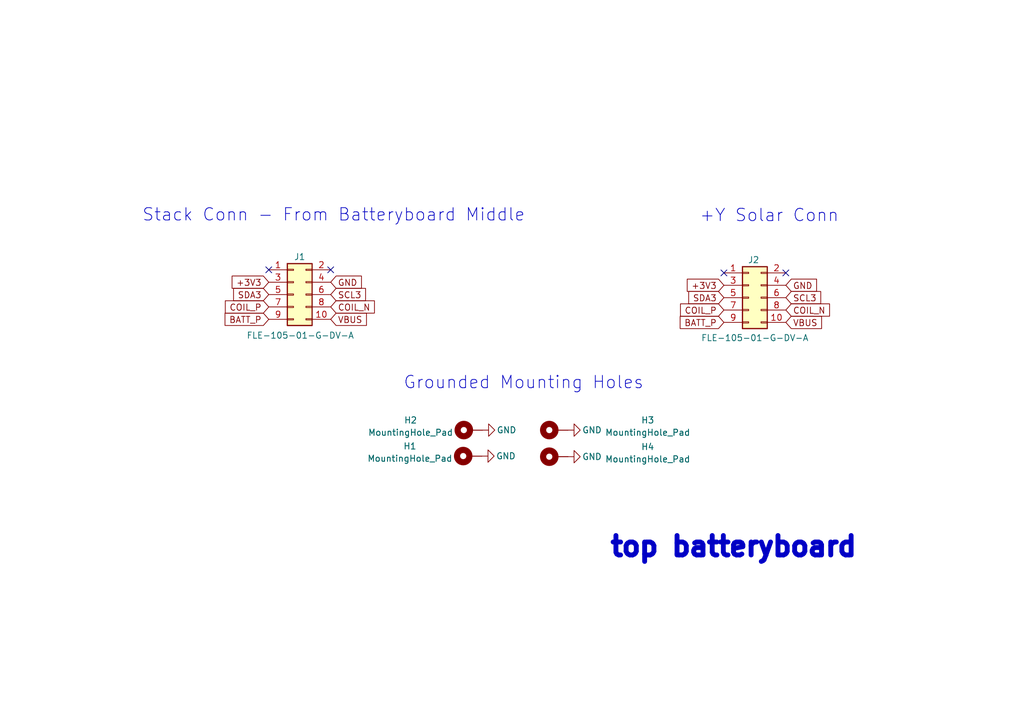
<source format=kicad_sch>
(kicad_sch (version 20211123) (generator eeschema)

  (uuid cc4a9289-e86b-4adc-9840-de6d33438674)

  (paper "A5")

  (title_block
    (title "PyCubed Mini")
    (date "2022-07-06")
    (rev "v01.1")
    (company "RExLab Carnegie Mellon University")
    (comment 1 "N. Khera")
    (comment 2 "Z. Manchester")
  )

  (lib_symbols
    (symbol "Connector_Generic:Conn_02x05_Odd_Even" (pin_names (offset 1.016) hide) (in_bom yes) (on_board yes)
      (property "Reference" "J" (id 0) (at 1.27 7.62 0)
        (effects (font (size 1.27 1.27)))
      )
      (property "Value" "Conn_02x05_Odd_Even" (id 1) (at 1.27 -7.62 0)
        (effects (font (size 1.27 1.27)))
      )
      (property "Footprint" "" (id 2) (at 0 0 0)
        (effects (font (size 1.27 1.27)) hide)
      )
      (property "Datasheet" "~" (id 3) (at 0 0 0)
        (effects (font (size 1.27 1.27)) hide)
      )
      (property "ki_keywords" "connector" (id 4) (at 0 0 0)
        (effects (font (size 1.27 1.27)) hide)
      )
      (property "ki_description" "Generic connector, double row, 02x05, odd/even pin numbering scheme (row 1 odd numbers, row 2 even numbers), script generated (kicad-library-utils/schlib/autogen/connector/)" (id 5) (at 0 0 0)
        (effects (font (size 1.27 1.27)) hide)
      )
      (property "ki_fp_filters" "Connector*:*_2x??_*" (id 6) (at 0 0 0)
        (effects (font (size 1.27 1.27)) hide)
      )
      (symbol "Conn_02x05_Odd_Even_1_1"
        (rectangle (start -1.27 -4.953) (end 0 -5.207)
          (stroke (width 0.1524) (type default) (color 0 0 0 0))
          (fill (type none))
        )
        (rectangle (start -1.27 -2.413) (end 0 -2.667)
          (stroke (width 0.1524) (type default) (color 0 0 0 0))
          (fill (type none))
        )
        (rectangle (start -1.27 0.127) (end 0 -0.127)
          (stroke (width 0.1524) (type default) (color 0 0 0 0))
          (fill (type none))
        )
        (rectangle (start -1.27 2.667) (end 0 2.413)
          (stroke (width 0.1524) (type default) (color 0 0 0 0))
          (fill (type none))
        )
        (rectangle (start -1.27 5.207) (end 0 4.953)
          (stroke (width 0.1524) (type default) (color 0 0 0 0))
          (fill (type none))
        )
        (rectangle (start -1.27 6.35) (end 3.81 -6.35)
          (stroke (width 0.254) (type default) (color 0 0 0 0))
          (fill (type background))
        )
        (rectangle (start 3.81 -4.953) (end 2.54 -5.207)
          (stroke (width 0.1524) (type default) (color 0 0 0 0))
          (fill (type none))
        )
        (rectangle (start 3.81 -2.413) (end 2.54 -2.667)
          (stroke (width 0.1524) (type default) (color 0 0 0 0))
          (fill (type none))
        )
        (rectangle (start 3.81 0.127) (end 2.54 -0.127)
          (stroke (width 0.1524) (type default) (color 0 0 0 0))
          (fill (type none))
        )
        (rectangle (start 3.81 2.667) (end 2.54 2.413)
          (stroke (width 0.1524) (type default) (color 0 0 0 0))
          (fill (type none))
        )
        (rectangle (start 3.81 5.207) (end 2.54 4.953)
          (stroke (width 0.1524) (type default) (color 0 0 0 0))
          (fill (type none))
        )
        (pin passive line (at -5.08 5.08 0) (length 3.81)
          (name "Pin_1" (effects (font (size 1.27 1.27))))
          (number "1" (effects (font (size 1.27 1.27))))
        )
        (pin passive line (at 7.62 -5.08 180) (length 3.81)
          (name "Pin_10" (effects (font (size 1.27 1.27))))
          (number "10" (effects (font (size 1.27 1.27))))
        )
        (pin passive line (at 7.62 5.08 180) (length 3.81)
          (name "Pin_2" (effects (font (size 1.27 1.27))))
          (number "2" (effects (font (size 1.27 1.27))))
        )
        (pin passive line (at -5.08 2.54 0) (length 3.81)
          (name "Pin_3" (effects (font (size 1.27 1.27))))
          (number "3" (effects (font (size 1.27 1.27))))
        )
        (pin passive line (at 7.62 2.54 180) (length 3.81)
          (name "Pin_4" (effects (font (size 1.27 1.27))))
          (number "4" (effects (font (size 1.27 1.27))))
        )
        (pin passive line (at -5.08 0 0) (length 3.81)
          (name "Pin_5" (effects (font (size 1.27 1.27))))
          (number "5" (effects (font (size 1.27 1.27))))
        )
        (pin passive line (at 7.62 0 180) (length 3.81)
          (name "Pin_6" (effects (font (size 1.27 1.27))))
          (number "6" (effects (font (size 1.27 1.27))))
        )
        (pin passive line (at -5.08 -2.54 0) (length 3.81)
          (name "Pin_7" (effects (font (size 1.27 1.27))))
          (number "7" (effects (font (size 1.27 1.27))))
        )
        (pin passive line (at 7.62 -2.54 180) (length 3.81)
          (name "Pin_8" (effects (font (size 1.27 1.27))))
          (number "8" (effects (font (size 1.27 1.27))))
        )
        (pin passive line (at -5.08 -5.08 0) (length 3.81)
          (name "Pin_9" (effects (font (size 1.27 1.27))))
          (number "9" (effects (font (size 1.27 1.27))))
        )
      )
    )
    (symbol "Mechanical:MountingHole_Pad" (pin_numbers hide) (pin_names (offset 1.016) hide) (in_bom yes) (on_board yes)
      (property "Reference" "H" (id 0) (at 0 6.35 0)
        (effects (font (size 1.27 1.27)))
      )
      (property "Value" "MountingHole_Pad" (id 1) (at 0 4.445 0)
        (effects (font (size 1.27 1.27)))
      )
      (property "Footprint" "" (id 2) (at 0 0 0)
        (effects (font (size 1.27 1.27)) hide)
      )
      (property "Datasheet" "~" (id 3) (at 0 0 0)
        (effects (font (size 1.27 1.27)) hide)
      )
      (property "ki_keywords" "mounting hole" (id 4) (at 0 0 0)
        (effects (font (size 1.27 1.27)) hide)
      )
      (property "ki_description" "Mounting Hole with connection" (id 5) (at 0 0 0)
        (effects (font (size 1.27 1.27)) hide)
      )
      (property "ki_fp_filters" "MountingHole*Pad*" (id 6) (at 0 0 0)
        (effects (font (size 1.27 1.27)) hide)
      )
      (symbol "MountingHole_Pad_0_1"
        (circle (center 0 1.27) (radius 1.27)
          (stroke (width 1.27) (type default) (color 0 0 0 0))
          (fill (type none))
        )
      )
      (symbol "MountingHole_Pad_1_1"
        (pin input line (at 0 -2.54 90) (length 2.54)
          (name "1" (effects (font (size 1.27 1.27))))
          (number "1" (effects (font (size 1.27 1.27))))
        )
      )
    )
    (symbol "power:GND" (power) (pin_names (offset 0)) (in_bom yes) (on_board yes)
      (property "Reference" "#PWR" (id 0) (at 0 -6.35 0)
        (effects (font (size 1.27 1.27)) hide)
      )
      (property "Value" "GND" (id 1) (at 0 -3.81 0)
        (effects (font (size 1.27 1.27)))
      )
      (property "Footprint" "" (id 2) (at 0 0 0)
        (effects (font (size 1.27 1.27)) hide)
      )
      (property "Datasheet" "" (id 3) (at 0 0 0)
        (effects (font (size 1.27 1.27)) hide)
      )
      (property "ki_keywords" "power-flag" (id 4) (at 0 0 0)
        (effects (font (size 1.27 1.27)) hide)
      )
      (property "ki_description" "Power symbol creates a global label with name \"GND\" , ground" (id 5) (at 0 0 0)
        (effects (font (size 1.27 1.27)) hide)
      )
      (symbol "GND_0_1"
        (polyline
          (pts
            (xy 0 0)
            (xy 0 -1.27)
            (xy 1.27 -1.27)
            (xy 0 -2.54)
            (xy -1.27 -1.27)
            (xy 0 -1.27)
          )
          (stroke (width 0) (type default) (color 0 0 0 0))
          (fill (type none))
        )
      )
      (symbol "GND_1_1"
        (pin power_in line (at 0 0 270) (length 0) hide
          (name "GND" (effects (font (size 1.27 1.27))))
          (number "1" (effects (font (size 1.27 1.27))))
        )
      )
    )
  )


  (no_connect (at 161.163 56.007) (uuid 2cf5c5cf-2fd1-4013-a95f-98a8f601560d))
  (no_connect (at 148.463 56.007) (uuid 2cf5c5cf-2fd1-4013-a95f-98a8f601560e))
  (no_connect (at 67.818 55.372) (uuid a02c80de-12a2-4e45-a03f-393f1cac43c9))
  (no_connect (at 55.118 55.372) (uuid a02c80de-12a2-4e45-a03f-393f1cac43ca))

  (text "+Y Solar Conn" (at 143.383 45.847 0)
    (effects (font (size 2.54 2.54)) (justify left bottom))
    (uuid 32d80695-64ca-478e-a100-35fe370496ab)
  )
  (text "Stack Conn - From Batteryboard Middle" (at 29.083 45.72 0)
    (effects (font (size 2.54 2.54)) (justify left bottom))
    (uuid 5c26dd20-f029-4d97-97cf-a934358d8351)
  )
  (text "Grounded Mounting Holes" (at 82.677 80.137 0)
    (effects (font (size 2.54 2.54)) (justify left bottom))
    (uuid 7545dc91-5535-44d0-aaf6-c157076e6308)
  )
  (text "top batteryboard" (at 124.714 114.681 0)
    (effects (font (size 3.9878 3.9878) (thickness 1.016) bold) (justify left bottom))
    (uuid 8d9e6e47-d918-4bbc-934f-f54ce4c50d5a)
  )

  (global_label "COIL_P" (shape input) (at 148.463 63.627 180) (fields_autoplaced)
    (effects (font (size 1.27 1.27)) (justify right))
    (uuid 08911ef2-2085-431b-a5d1-57624067f1b3)
    (property "Intersheet References" "${INTERSHEET_REFS}" (id 0) (at 139.5789 63.5476 0)
      (effects (font (size 1.27 1.27)) (justify right) hide)
    )
  )
  (global_label "COIL_N" (shape input) (at 67.818 62.992 0) (fields_autoplaced)
    (effects (font (size 1.27 1.27)) (justify left))
    (uuid 0e39e32b-7468-4f6e-a6f0-b54d61a16933)
    (property "Intersheet References" "${INTERSHEET_REFS}" (id 0) (at 76.7625 62.9126 0)
      (effects (font (size 1.27 1.27)) (justify left) hide)
    )
  )
  (global_label "GND" (shape input) (at 161.163 58.547 0) (fields_autoplaced)
    (effects (font (size 1.27 1.27)) (justify left))
    (uuid 10f8aff3-f03e-4f99-8b25-11d76468e7d3)
    (property "Intersheet References" "${INTERSHEET_REFS}" (id 0) (at 167.4466 58.4676 0)
      (effects (font (size 1.27 1.27)) (justify left) hide)
    )
  )
  (global_label "GND" (shape input) (at 67.818 57.912 0) (fields_autoplaced)
    (effects (font (size 1.27 1.27)) (justify left))
    (uuid 24e41c56-597e-4023-adfa-f1d5bfd2a519)
    (property "Intersheet References" "${INTERSHEET_REFS}" (id 0) (at 74.1016 57.8326 0)
      (effects (font (size 1.27 1.27)) (justify left) hide)
    )
  )
  (global_label "BATT_P" (shape input) (at 55.118 65.532 180) (fields_autoplaced)
    (effects (font (size 1.27 1.27)) (justify right))
    (uuid 334446cd-af18-48a8-bb73-a88f4d220620)
    (property "Intersheet References" "${INTERSHEET_REFS}" (id 0) (at 46.1735 65.4526 0)
      (effects (font (size 1.27 1.27)) (justify right) hide)
    )
  )
  (global_label "VBUS" (shape input) (at 161.163 66.167 0) (fields_autoplaced)
    (effects (font (size 1.27 1.27)) (justify left))
    (uuid 37948779-7057-4fe5-8cb0-6a63d79f0df5)
    (property "Intersheet References" "${INTERSHEET_REFS}" (id 0) (at 168.4747 66.0876 0)
      (effects (font (size 1.27 1.27)) (justify left) hide)
    )
  )
  (global_label "SCL3" (shape input) (at 67.818 60.452 0) (fields_autoplaced)
    (effects (font (size 1.27 1.27)) (justify left))
    (uuid 40b12084-e9ea-4a47-a64f-d44ca516c9e8)
    (property "Intersheet References" "${INTERSHEET_REFS}" (id 0) (at 74.9482 60.3726 0)
      (effects (font (size 1.27 1.27)) (justify left) hide)
    )
  )
  (global_label "SCL3" (shape input) (at 161.163 61.087 0) (fields_autoplaced)
    (effects (font (size 1.27 1.27)) (justify left))
    (uuid 57d15a33-b500-4f73-9c8f-3acfe7f469d3)
    (property "Intersheet References" "${INTERSHEET_REFS}" (id 0) (at 168.2932 61.0076 0)
      (effects (font (size 1.27 1.27)) (justify left) hide)
    )
  )
  (global_label "COIL_N" (shape input) (at 161.163 63.627 0) (fields_autoplaced)
    (effects (font (size 1.27 1.27)) (justify left))
    (uuid 592448e3-a2ee-41a5-9d0c-606155fb65ee)
    (property "Intersheet References" "${INTERSHEET_REFS}" (id 0) (at 170.1075 63.5476 0)
      (effects (font (size 1.27 1.27)) (justify left) hide)
    )
  )
  (global_label "+3V3" (shape input) (at 55.118 57.912 180) (fields_autoplaced)
    (effects (font (size 1.27 1.27)) (justify right))
    (uuid 92adc2a7-705f-4e7b-90a7-1c91d9f5977d)
    (property "Intersheet References" "${INTERSHEET_REFS}" (id 0) (at 47.6249 57.8326 0)
      (effects (font (size 1.27 1.27)) (justify right) hide)
    )
  )
  (global_label "+3V3" (shape input) (at 148.463 58.547 180) (fields_autoplaced)
    (effects (font (size 1.27 1.27)) (justify right))
    (uuid 990d3c3a-03d1-4ef2-bc13-f2c8a748e2a1)
    (property "Intersheet References" "${INTERSHEET_REFS}" (id 0) (at 140.9699 58.4676 0)
      (effects (font (size 1.27 1.27)) (justify right) hide)
    )
  )
  (global_label "SDA3" (shape input) (at 148.463 61.087 180) (fields_autoplaced)
    (effects (font (size 1.27 1.27)) (justify right))
    (uuid a0ee8e20-c5c3-4f79-9176-ae95e303b37a)
    (property "Intersheet References" "${INTERSHEET_REFS}" (id 0) (at 141.2723 61.0076 0)
      (effects (font (size 1.27 1.27)) (justify right) hide)
    )
  )
  (global_label "SDA3" (shape input) (at 55.118 60.452 180) (fields_autoplaced)
    (effects (font (size 1.27 1.27)) (justify right))
    (uuid a54a2d51-4b66-4d14-b33d-1444b55de06d)
    (property "Intersheet References" "${INTERSHEET_REFS}" (id 0) (at 47.9273 60.3726 0)
      (effects (font (size 1.27 1.27)) (justify right) hide)
    )
  )
  (global_label "BATT_P" (shape input) (at 148.463 66.167 180) (fields_autoplaced)
    (effects (font (size 1.27 1.27)) (justify right))
    (uuid dded5d30-d5f9-40e2-8f19-40efa182dea1)
    (property "Intersheet References" "${INTERSHEET_REFS}" (id 0) (at 139.5185 66.0876 0)
      (effects (font (size 1.27 1.27)) (justify right) hide)
    )
  )
  (global_label "VBUS" (shape input) (at 67.818 65.532 0) (fields_autoplaced)
    (effects (font (size 1.27 1.27)) (justify left))
    (uuid e5ef96dd-e14b-40bb-acac-746f5d3aee37)
    (property "Intersheet References" "${INTERSHEET_REFS}" (id 0) (at 75.1297 65.4526 0)
      (effects (font (size 1.27 1.27)) (justify left) hide)
    )
  )
  (global_label "COIL_P" (shape input) (at 55.118 62.992 180) (fields_autoplaced)
    (effects (font (size 1.27 1.27)) (justify right))
    (uuid f84570f0-8f86-40f4-8c85-4d0ad12444b2)
    (property "Intersheet References" "${INTERSHEET_REFS}" (id 0) (at 46.2339 62.9126 0)
      (effects (font (size 1.27 1.27)) (justify right) hide)
    )
  )

  (symbol (lib_id "power:GND") (at 98.806 93.599 90) (unit 1)
    (in_bom yes) (on_board yes)
    (uuid 2fe92f9b-1b9b-45dd-9da3-1e9c40e3854f)
    (property "Reference" "#PWR0103" (id 0) (at 105.156 93.599 0)
      (effects (font (size 1.27 1.27)) hide)
    )
    (property "Value" "GND" (id 1) (at 103.759 93.599 90))
    (property "Footprint" "" (id 2) (at 98.806 93.599 0)
      (effects (font (size 1.27 1.27)) hide)
    )
    (property "Datasheet" "" (id 3) (at 98.806 93.599 0)
      (effects (font (size 1.27 1.27)) hide)
    )
    (pin "1" (uuid fe2ee88a-1e6c-402e-9cf2-c8fb3a544824))
  )

  (symbol (lib_id "Mechanical:MountingHole_Pad") (at 96.266 93.599 90) (unit 1)
    (in_bom yes) (on_board yes)
    (uuid 5a4e0212-db20-4e54-af24-453bc0252d21)
    (property "Reference" "H1" (id 0) (at 84.074 91.567 90))
    (property "Value" "MountingHole_Pad" (id 1) (at 84.074 94.1039 90))
    (property "Footprint" "mainboard:MountingHole" (id 2) (at 96.266 93.599 0)
      (effects (font (size 1.27 1.27)) hide)
    )
    (property "Datasheet" "~" (id 3) (at 96.266 93.599 0)
      (effects (font (size 1.27 1.27)) hide)
    )
    (pin "1" (uuid b6ae1bb2-1bea-4e67-b9a8-257b5a70235b))
  )

  (symbol (lib_id "Connector_Generic:Conn_02x05_Odd_Even") (at 60.198 60.452 0) (unit 1)
    (in_bom yes) (on_board yes)
    (uuid 7a8c43eb-85f6-4642-ad87-a4fd9f5b5654)
    (property "Reference" "J1" (id 0) (at 61.468 52.705 0))
    (property "Value" "FLE-105-01-G-DV-A" (id 1) (at 61.595 68.834 0))
    (property "Footprint" "batteryboard:SAMTEC_FLE-105-01-G-DV-A" (id 2) (at 60.198 60.452 0)
      (effects (font (size 1.27 1.27)) hide)
    )
    (property "Datasheet" "~" (id 3) (at 60.198 60.452 0)
      (effects (font (size 1.27 1.27)) hide)
    )
    (pin "1" (uuid ce1a8702-5d77-48a1-9c78-fb55f76f71e2))
    (pin "10" (uuid 189fd75e-b081-4227-885a-4794b58694d2))
    (pin "2" (uuid 392b5b62-e268-42bb-a4b6-ddfdba7802a1))
    (pin "3" (uuid 997b0392-7de3-47ac-b16c-42aa46a7a6a0))
    (pin "4" (uuid 84710924-bd62-4b7b-a83f-211b388b2f9a))
    (pin "5" (uuid 435f99ac-e319-45fa-92c6-a08d83820b0d))
    (pin "6" (uuid 98f1050b-bee9-4fd7-9d16-e2e1e213e75e))
    (pin "7" (uuid 7d6d0e2c-a473-462a-abf3-d6b9504f17c7))
    (pin "8" (uuid 65db24ee-9801-4b6f-91a8-0c0ab96571b6))
    (pin "9" (uuid 5ba6c644-3f2a-494f-bffc-493678a17c4d))
  )

  (symbol (lib_id "Mechanical:MountingHole_Pad") (at 113.919 88.265 90) (unit 1)
    (in_bom yes) (on_board yes)
    (uuid 7d973a53-3bcb-426a-bc8e-debe3534d81b)
    (property "Reference" "H3" (id 0) (at 132.842 86.233 90))
    (property "Value" "MountingHole_Pad" (id 1) (at 132.842 88.7699 90))
    (property "Footprint" "mainboard:MountingHole" (id 2) (at 113.919 88.265 0)
      (effects (font (size 1.27 1.27)) hide)
    )
    (property "Datasheet" "~" (id 3) (at 113.919 88.265 0)
      (effects (font (size 1.27 1.27)) hide)
    )
    (pin "1" (uuid a3470dc5-276b-4f5d-b413-faf3bdc72bcf))
  )

  (symbol (lib_id "Mechanical:MountingHole_Pad") (at 113.919 93.726 90) (unit 1)
    (in_bom yes) (on_board yes)
    (uuid 9d150d95-1436-4e69-99e3-f6d7d9fa870d)
    (property "Reference" "H4" (id 0) (at 132.842 91.694 90))
    (property "Value" "MountingHole_Pad" (id 1) (at 132.842 94.2309 90))
    (property "Footprint" "mainboard:MountingHole" (id 2) (at 113.919 93.726 0)
      (effects (font (size 1.27 1.27)) hide)
    )
    (property "Datasheet" "~" (id 3) (at 113.919 93.726 0)
      (effects (font (size 1.27 1.27)) hide)
    )
    (pin "1" (uuid 51630e57-df5e-46f7-b7eb-86f5d6dec962))
  )

  (symbol (lib_id "Mechanical:MountingHole_Pad") (at 96.393 88.265 90) (unit 1)
    (in_bom yes) (on_board yes)
    (uuid b7d85c7b-5a18-4608-b3af-6f1c130c7e27)
    (property "Reference" "H2" (id 0) (at 84.201 86.2361 90))
    (property "Value" "MountingHole_Pad" (id 1) (at 84.201 88.773 90))
    (property "Footprint" "mainboard:MountingHole" (id 2) (at 96.393 88.265 0)
      (effects (font (size 1.27 1.27)) hide)
    )
    (property "Datasheet" "~" (id 3) (at 96.393 88.265 0)
      (effects (font (size 1.27 1.27)) hide)
    )
    (pin "1" (uuid 7e9ca2fe-7bf9-4477-a3fc-2586614a09b0))
  )

  (symbol (lib_id "Connector_Generic:Conn_02x05_Odd_Even") (at 153.543 61.087 0) (unit 1)
    (in_bom yes) (on_board yes)
    (uuid bbe95b8a-8b74-437f-bc35-372bc66b2abb)
    (property "Reference" "J2" (id 0) (at 154.559 53.34 0))
    (property "Value" "FLE-105-01-G-DV-A" (id 1) (at 154.813 69.342 0))
    (property "Footprint" "batteryboard:SAMTEC_FLE-105-01-G-DV-A" (id 2) (at 153.543 61.087 0)
      (effects (font (size 1.27 1.27)) hide)
    )
    (property "Datasheet" "~" (id 3) (at 153.543 61.087 0)
      (effects (font (size 1.27 1.27)) hide)
    )
    (pin "1" (uuid c26ee47c-4c0c-4b96-99ed-fa19b17affc8))
    (pin "10" (uuid 5145944b-e981-4bc0-be69-7b26bbe5a54c))
    (pin "2" (uuid 67672e82-97e4-47ab-b957-cf9ca30dd2f4))
    (pin "3" (uuid 80a2d26e-97f0-4f49-8001-e4d47c1f2259))
    (pin "4" (uuid e8d7203d-b890-47ba-aba3-9832b24f574d))
    (pin "5" (uuid 529cd31e-389b-41fa-ab0b-fdd879a55b3d))
    (pin "6" (uuid 3e214f10-ffb2-4ca5-a628-74dcf6cb7753))
    (pin "7" (uuid b54cab0e-3f72-4ec4-afa6-87fbda84bc53))
    (pin "8" (uuid 314de07f-413f-4282-b820-4271cc224d32))
    (pin "9" (uuid 28c6b76f-0a77-42b9-9df3-a64a750d772f))
  )

  (symbol (lib_id "power:GND") (at 116.459 88.265 90) (unit 1)
    (in_bom yes) (on_board yes)
    (uuid c731c276-2bc0-4000-8824-a0ab5535e135)
    (property "Reference" "#PWR0105" (id 0) (at 122.809 88.265 0)
      (effects (font (size 1.27 1.27)) hide)
    )
    (property "Value" "GND" (id 1) (at 121.412 88.265 90))
    (property "Footprint" "" (id 2) (at 116.459 88.265 0)
      (effects (font (size 1.27 1.27)) hide)
    )
    (property "Datasheet" "" (id 3) (at 116.459 88.265 0)
      (effects (font (size 1.27 1.27)) hide)
    )
    (pin "1" (uuid d6fcb0f6-fc83-42f4-9588-311f49d545d7))
  )

  (symbol (lib_id "power:GND") (at 116.459 93.726 90) (unit 1)
    (in_bom yes) (on_board yes)
    (uuid d15a0174-31d8-4a1d-b5a2-e28eeb78d11e)
    (property "Reference" "#PWR0106" (id 0) (at 122.809 93.726 0)
      (effects (font (size 1.27 1.27)) hide)
    )
    (property "Value" "GND" (id 1) (at 121.412 93.726 90))
    (property "Footprint" "" (id 2) (at 116.459 93.726 0)
      (effects (font (size 1.27 1.27)) hide)
    )
    (property "Datasheet" "" (id 3) (at 116.459 93.726 0)
      (effects (font (size 1.27 1.27)) hide)
    )
    (pin "1" (uuid 8ca26d17-35bf-49a1-9dcf-34de74c8f008))
  )

  (symbol (lib_id "power:GND") (at 98.933 88.265 90) (unit 1)
    (in_bom yes) (on_board yes)
    (uuid db3b0fe0-59e9-424c-97c0-3da00960bd3f)
    (property "Reference" "#PWR0102" (id 0) (at 105.283 88.265 0)
      (effects (font (size 1.27 1.27)) hide)
    )
    (property "Value" "GND" (id 1) (at 103.886 88.265 90))
    (property "Footprint" "" (id 2) (at 98.933 88.265 0)
      (effects (font (size 1.27 1.27)) hide)
    )
    (property "Datasheet" "" (id 3) (at 98.933 88.265 0)
      (effects (font (size 1.27 1.27)) hide)
    )
    (pin "1" (uuid b10d2ae8-7638-47d9-9d9f-bd1791d7a1b0))
  )

  (sheet_instances
    (path "/" (page "1"))
  )

  (symbol_instances
    (path "/db3b0fe0-59e9-424c-97c0-3da00960bd3f"
      (reference "#PWR0102") (unit 1) (value "GND") (footprint "")
    )
    (path "/2fe92f9b-1b9b-45dd-9da3-1e9c40e3854f"
      (reference "#PWR0103") (unit 1) (value "GND") (footprint "")
    )
    (path "/c731c276-2bc0-4000-8824-a0ab5535e135"
      (reference "#PWR0105") (unit 1) (value "GND") (footprint "")
    )
    (path "/d15a0174-31d8-4a1d-b5a2-e28eeb78d11e"
      (reference "#PWR0106") (unit 1) (value "GND") (footprint "")
    )
    (path "/5a4e0212-db20-4e54-af24-453bc0252d21"
      (reference "H1") (unit 1) (value "MountingHole_Pad") (footprint "mainboard:MountingHole")
    )
    (path "/b7d85c7b-5a18-4608-b3af-6f1c130c7e27"
      (reference "H2") (unit 1) (value "MountingHole_Pad") (footprint "mainboard:MountingHole")
    )
    (path "/7d973a53-3bcb-426a-bc8e-debe3534d81b"
      (reference "H3") (unit 1) (value "MountingHole_Pad") (footprint "mainboard:MountingHole")
    )
    (path "/9d150d95-1436-4e69-99e3-f6d7d9fa870d"
      (reference "H4") (unit 1) (value "MountingHole_Pad") (footprint "mainboard:MountingHole")
    )
    (path "/7a8c43eb-85f6-4642-ad87-a4fd9f5b5654"
      (reference "J1") (unit 1) (value "FLE-105-01-G-DV-A") (footprint "batteryboard:SAMTEC_FLE-105-01-G-DV-A")
    )
    (path "/bbe95b8a-8b74-437f-bc35-372bc66b2abb"
      (reference "J2") (unit 1) (value "FLE-105-01-G-DV-A") (footprint "batteryboard:SAMTEC_FLE-105-01-G-DV-A")
    )
  )
)

</source>
